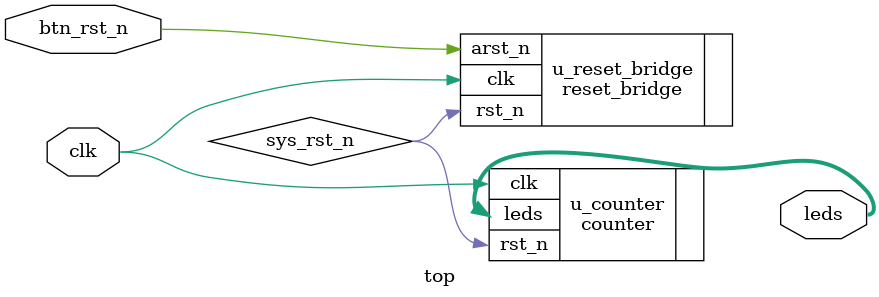
<source format=sv>
module top (
    input  logic       clk,
    input  logic       btn_rst_n, // Physical button input
    output logic [3:0] leds
);
    logic sys_rst_n;

    // Instantiate the Safety Logic (Reset Bridge)
    reset_bridge u_reset_bridge (
        .clk(clk),
        .arst_n(btn_rst_n),
        .rst_n(sys_rst_n)
    );

    // Instantiate the Core Logic (Counter)
    counter u_counter (
        .clk(clk),
        .rst_n(sys_rst_n),
        .leds(leds)
    );
endmodule

</source>
